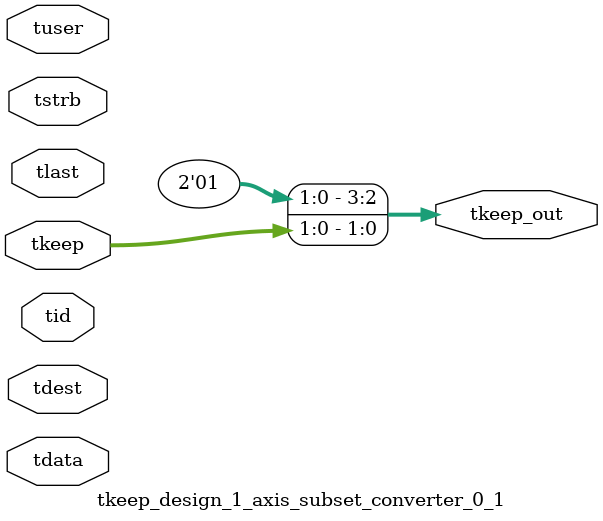
<source format=v>


`timescale 1ps/1ps

module tkeep_design_1_axis_subset_converter_0_1 #
(
parameter C_S_AXIS_TDATA_WIDTH = 32,
parameter C_S_AXIS_TUSER_WIDTH = 0,
parameter C_S_AXIS_TID_WIDTH   = 0,
parameter C_S_AXIS_TDEST_WIDTH = 0,
parameter C_M_AXIS_TDATA_WIDTH = 32
)
(
input  [(C_S_AXIS_TDATA_WIDTH == 0 ? 1 : C_S_AXIS_TDATA_WIDTH)-1:0     ] tdata,
input  [(C_S_AXIS_TUSER_WIDTH == 0 ? 1 : C_S_AXIS_TUSER_WIDTH)-1:0     ] tuser,
input  [(C_S_AXIS_TID_WIDTH   == 0 ? 1 : C_S_AXIS_TID_WIDTH)-1:0       ] tid,
input  [(C_S_AXIS_TDEST_WIDTH == 0 ? 1 : C_S_AXIS_TDEST_WIDTH)-1:0     ] tdest,
input  [(C_S_AXIS_TDATA_WIDTH/8)-1:0 ] tkeep,
input  [(C_S_AXIS_TDATA_WIDTH/8)-1:0 ] tstrb,
input                                                                    tlast,
output [(C_M_AXIS_TDATA_WIDTH/8)-1:0 ] tkeep_out
);

assign tkeep_out = {1'b1,tkeep[1:0]};

endmodule


</source>
